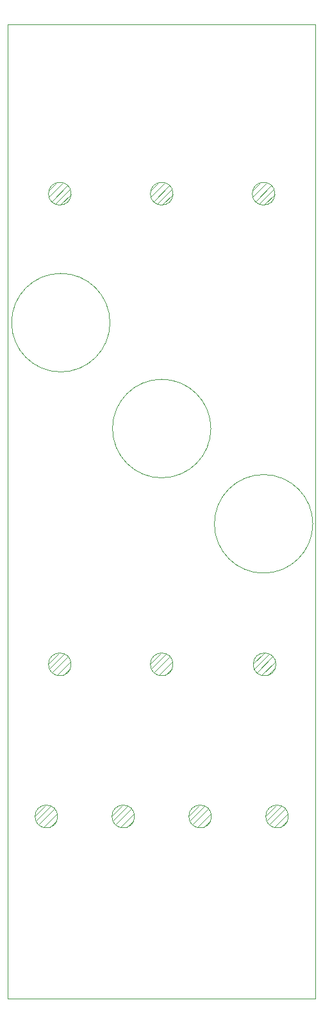
<source format=gbr>
G04 #@! TF.GenerationSoftware,KiCad,Pcbnew,(5.1.0)-1*
G04 #@! TF.CreationDate,2019-10-23T13:13:15-05:00*
G04 #@! TF.ProjectId,logiverter,6c6f6769-7665-4727-9465-722e6b696361,rev?*
G04 #@! TF.SameCoordinates,Original*
G04 #@! TF.FileFunction,Drawing*
%FSLAX46Y46*%
G04 Gerber Fmt 4.6, Leading zero omitted, Abs format (unit mm)*
G04 Created by KiCad (PCBNEW (5.1.0)-1) date 2019-10-23 13:13:15*
%MOMM*%
%LPD*%
G04 APERTURE LIST*
%ADD10C,0.050000*%
%ADD11C,0.120000*%
G04 APERTURE END LIST*
D10*
X76200000Y-209804000D02*
X116840000Y-209804000D01*
X76200000Y-209804000D02*
X76200000Y-81280000D01*
X116482000Y-147193000D02*
G75*
G03X116482000Y-147193000I-6500000J0D01*
G01*
X103020000Y-134620000D02*
G75*
G03X103020000Y-134620000I-6500000J0D01*
G01*
X89685000Y-120650000D02*
G75*
G03X89685000Y-120650000I-6500000J0D01*
G01*
X116840000Y-209804000D02*
X116840000Y-81280000D01*
X76200000Y-81280000D02*
X116840000Y-81280000D01*
D11*
X111482000Y-103635000D02*
G75*
G03X111482000Y-103635000I-1500000J0D01*
G01*
X110072000Y-105115000D02*
X111462000Y-103725000D01*
X109402000Y-104985000D02*
X111342000Y-103045000D01*
X108912000Y-104645000D02*
X110992000Y-102565000D01*
X108562000Y-104030000D02*
X110382000Y-102215000D01*
X108572000Y-103175000D02*
X109522000Y-102225000D01*
X111609000Y-165732000D02*
G75*
G03X111609000Y-165732000I-1500000J0D01*
G01*
X110019000Y-164252000D02*
X108629000Y-165642000D01*
X110689000Y-164382000D02*
X108749000Y-166322000D01*
X111179000Y-164722000D02*
X109099000Y-166802000D01*
X111529000Y-165337000D02*
X109709000Y-167152000D01*
X111519000Y-166192000D02*
X110569000Y-167142000D01*
X97930000Y-166192000D02*
X96980000Y-167142000D01*
X97940000Y-165337000D02*
X96120000Y-167152000D01*
X97590000Y-164722000D02*
X95510000Y-166802000D01*
X97100000Y-164382000D02*
X95160000Y-166322000D01*
X96430000Y-164252000D02*
X95040000Y-165642000D01*
X98020000Y-165732000D02*
G75*
G03X98020000Y-165732000I-1500000J0D01*
G01*
X113260000Y-185798000D02*
G75*
G03X113260000Y-185798000I-1500000J0D01*
G01*
X111670000Y-184318000D02*
X110280000Y-185708000D01*
X112340000Y-184448000D02*
X110400000Y-186388000D01*
X112830000Y-184788000D02*
X110750000Y-186868000D01*
X113180000Y-185403000D02*
X111360000Y-187218000D01*
X113170000Y-186258000D02*
X112220000Y-187208000D01*
X82780000Y-185798000D02*
G75*
G03X82780000Y-185798000I-1500000J0D01*
G01*
X81190000Y-184318000D02*
X79800000Y-185708000D01*
X81860000Y-184448000D02*
X79920000Y-186388000D01*
X82350000Y-184788000D02*
X80270000Y-186868000D01*
X82700000Y-185403000D02*
X80880000Y-187218000D01*
X82690000Y-186258000D02*
X81740000Y-187208000D01*
X103010000Y-186258000D02*
X102060000Y-187208000D01*
X103020000Y-185403000D02*
X101200000Y-187218000D01*
X102670000Y-184788000D02*
X100590000Y-186868000D01*
X102180000Y-184448000D02*
X100240000Y-186388000D01*
X101510000Y-184318000D02*
X100120000Y-185708000D01*
X103100000Y-185798000D02*
G75*
G03X103100000Y-185798000I-1500000J0D01*
G01*
X92940000Y-185798000D02*
G75*
G03X92940000Y-185798000I-1500000J0D01*
G01*
X91350000Y-184318000D02*
X89960000Y-185708000D01*
X92020000Y-184448000D02*
X90080000Y-186388000D01*
X92510000Y-184788000D02*
X90430000Y-186868000D01*
X92860000Y-185403000D02*
X91040000Y-187218000D01*
X92850000Y-186258000D02*
X91900000Y-187208000D01*
X84468000Y-166192000D02*
X83518000Y-167142000D01*
X84478000Y-165337000D02*
X82658000Y-167152000D01*
X84128000Y-164722000D02*
X82048000Y-166802000D01*
X83638000Y-164382000D02*
X81698000Y-166322000D01*
X82968000Y-164252000D02*
X81578000Y-165642000D01*
X84558000Y-165732000D02*
G75*
G03X84558000Y-165732000I-1500000J0D01*
G01*
X98020000Y-103635000D02*
G75*
G03X98020000Y-103635000I-1500000J0D01*
G01*
X96610000Y-105115000D02*
X98000000Y-103725000D01*
X95940000Y-104985000D02*
X97880000Y-103045000D01*
X95450000Y-104645000D02*
X97530000Y-102565000D01*
X95100000Y-104030000D02*
X96920000Y-102215000D01*
X95110000Y-103175000D02*
X96060000Y-102225000D01*
X84558000Y-103635000D02*
G75*
G03X84558000Y-103635000I-1500000J0D01*
G01*
X83148000Y-105115000D02*
X84538000Y-103725000D01*
X82478000Y-104985000D02*
X84418000Y-103045000D01*
X81988000Y-104645000D02*
X84068000Y-102565000D01*
X81638000Y-104030000D02*
X83458000Y-102215000D01*
X81648000Y-103175000D02*
X82598000Y-102225000D01*
M02*

</source>
